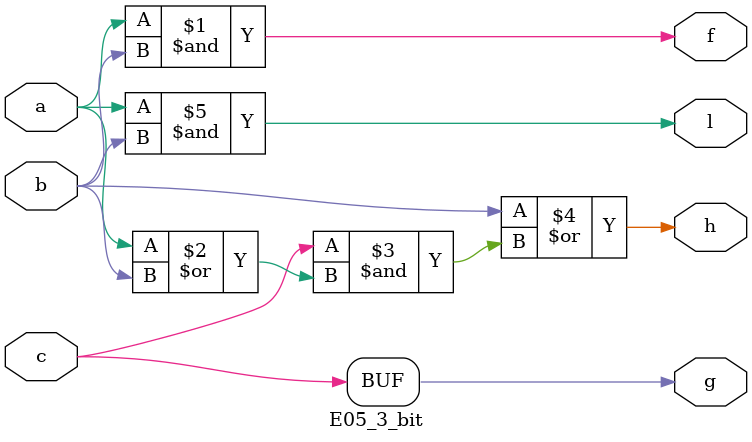
<source format=v>
module E05_3_bit(
    input wire a,
    input wire b,
    input wire c,
    output wire f,
    output wire g,
    output wire h,
    output wire l
);

    assign f = a&b;
    assign g = c;
    assign h = b|(c&(a|b));
    assign l = a&b;
endmodule
</source>
